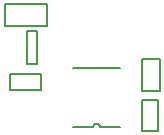
<source format=gbo>
G04 Layer_Color=32896*
%FSLAX44Y44*%
%MOMM*%
G71*
G01*
G75*
%ADD15C,0.2000*%
D15*
X397147Y269020D02*
G03*
X390853Y269020I-3147J-420D01*
G01*
X374000Y319000D02*
X414000D01*
X397175Y269000D02*
X414000D01*
X374000D02*
X390825D01*
X343250Y322000D02*
Y350000D01*
X335250D02*
X343250D01*
X335000Y322000D02*
Y350000D01*
Y322000D02*
X343000D01*
X316500Y373250D02*
X351780D01*
X316500Y354750D02*
Y373250D01*
Y354750D02*
X351780D01*
Y359500D02*
Y368500D01*
Y354750D02*
Y359500D01*
Y368500D02*
Y373250D01*
X347000Y300000D02*
Y314000D01*
X321000D02*
X347000D01*
X321000Y300000D02*
Y314000D01*
Y300000D02*
X347000D01*
X447250Y299750D02*
Y326250D01*
X432750Y299750D02*
X447250D01*
X432750D02*
Y326250D01*
X447250D01*
X432000Y266000D02*
X446000D01*
Y292000D01*
X432000D02*
X446000D01*
X432000Y266000D02*
Y292000D01*
M02*

</source>
